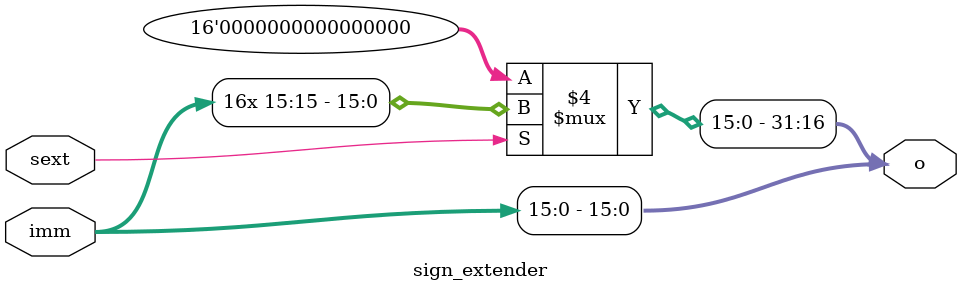
<source format=v>
`timescale 1ns / 1ps


module sign_extender(
    input [15:0] imm,
    input sext,
    output reg[31:0] o
    );
    
    always @ (*) begin 
        if (sext == 1) begin
        o <= {{16{imm[15]}},imm[15:0]};
        end
        else begin
            o[31:16] <= 16'b0000000000000000;
            o[15:0] <= imm[15:0];
        end
    end 
endmodule

</source>
